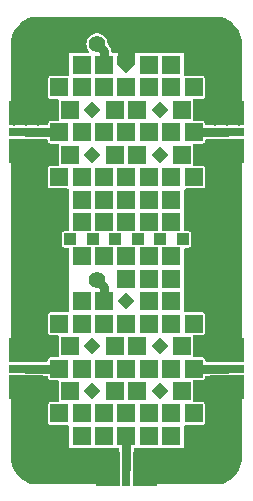
<source format=gbr>
%TF.GenerationSoftware,KiCad,Pcbnew,6.0.9+dfsg-1~bpo11+1*%
%TF.CreationDate,2022-11-09T23:39:37+01:00*%
%TF.ProjectId,013-prototype-board,3031332d-7072-46f7-946f-747970652d62,1*%
%TF.SameCoordinates,Original*%
%TF.FileFunction,Copper,L1,Top*%
%TF.FilePolarity,Positive*%
%FSLAX46Y46*%
G04 Gerber Fmt 4.6, Leading zero omitted, Abs format (unit mm)*
G04 Created by KiCad (PCBNEW 6.0.9+dfsg-1~bpo11+1) date 2022-11-09 23:39:37*
%MOMM*%
%LPD*%
G01*
G04 APERTURE LIST*
G04 Aperture macros list*
%AMOutline4P*
0 Free polygon, 4 corners , with rotation*
0 The origin of the aperture is its center*
0 number of corners: always 4*
0 $1 to $8 corner X, Y*
0 $9 Rotation angle, in degrees counterclockwise*
0 create outline with 4 corners*
4,1,4,$1,$2,$3,$4,$5,$6,$7,$8,$1,$2,$9*%
%AMOutline5P*
0 Free polygon, 5 corners , with rotation*
0 The origin of the aperture is its center*
0 number of corners: always 5*
0 $1 to $10 corner X, Y*
0 $11 Rotation angle, in degrees counterclockwise*
0 create outline with 5 corners*
4,1,5,$1,$2,$3,$4,$5,$6,$7,$8,$9,$10,$1,$2,$11*%
%AMOutline6P*
0 Free polygon, 6 corners , with rotation*
0 The origin of the aperture is its center*
0 number of corners: always 6*
0 $1 to $12 corner X, Y*
0 $13 Rotation angle, in degrees counterclockwise*
0 create outline with 6 corners*
4,1,6,$1,$2,$3,$4,$5,$6,$7,$8,$9,$10,$11,$12,$1,$2,$13*%
%AMOutline7P*
0 Free polygon, 7 corners , with rotation*
0 The origin of the aperture is its center*
0 number of corners: always 7*
0 $1 to $14 corner X, Y*
0 $15 Rotation angle, in degrees counterclockwise*
0 create outline with 7 corners*
4,1,7,$1,$2,$3,$4,$5,$6,$7,$8,$9,$10,$11,$12,$13,$14,$1,$2,$15*%
%AMOutline8P*
0 Free polygon, 8 corners , with rotation*
0 The origin of the aperture is its center*
0 number of corners: always 8*
0 $1 to $16 corner X, Y*
0 $17 Rotation angle, in degrees counterclockwise*
0 create outline with 8 corners*
4,1,8,$1,$2,$3,$4,$5,$6,$7,$8,$9,$10,$11,$12,$13,$14,$15,$16,$1,$2,$17*%
G04 Aperture macros list end*
%TA.AperFunction,SMDPad,CuDef*%
%ADD10Outline4P,-0.750000X0.000000X0.000000X0.750000X0.750000X0.000000X0.000000X-0.750000X0.000000*%
%TD*%
%TA.AperFunction,SMDPad,CuDef*%
%ADD11R,1.000000X1.000000*%
%TD*%
%TA.AperFunction,SMDPad,CuDef*%
%ADD12R,1.500000X1.500000*%
%TD*%
%TA.AperFunction,ComponentPad*%
%ADD13C,1.400000*%
%TD*%
%TA.AperFunction,ComponentPad*%
%ADD14C,3.400000*%
%TD*%
%TA.AperFunction,SMDPad,CuDef*%
%ADD15R,0.800000X3.000000*%
%TD*%
%TA.AperFunction,ComponentPad*%
%ADD16C,0.800000*%
%TD*%
%TA.AperFunction,SMDPad,CuDef*%
%ADD17R,2.000000X3.000000*%
%TD*%
%TA.AperFunction,SMDPad,CuDef*%
%ADD18R,3.000000X0.800000*%
%TD*%
%TA.AperFunction,SMDPad,CuDef*%
%ADD19R,3.000000X2.000000*%
%TD*%
%TA.AperFunction,SMDPad,CuDef*%
%ADD20Outline5P,-0.750000X0.750000X0.750000X0.750000X0.750000X0.000000X0.000000X-0.750000X-0.750000X0.000000X0.000000*%
%TD*%
%TA.AperFunction,ViaPad*%
%ADD21C,0.800000*%
%TD*%
%TA.AperFunction,Conductor*%
%ADD22C,0.800000*%
%TD*%
G04 APERTURE END LIST*
D10*
%TO.P,REF\u002A\u002A,1*%
%TO.N,GND*%
X157100000Y-106900000D03*
%TD*%
%TO.P,REF\u002A\u002A,1*%
%TO.N,GND*%
X162800000Y-106900000D03*
%TD*%
%TO.P,REF\u002A\u002A,1*%
%TO.N,GND*%
X162800000Y-103100000D03*
%TD*%
%TO.P,REF\u002A\u002A,1*%
%TO.N,GND*%
X157100000Y-103100000D03*
%TD*%
%TO.P,REF\u002A\u002A,1*%
%TO.N,GND*%
X160000000Y-99300000D03*
%TD*%
%TO.P,REF\u002A\u002A,1*%
%TO.N,GND*%
X157100000Y-86900000D03*
%TD*%
%TO.P,REF\u002A\u002A,1*%
%TO.N,GND*%
X162800000Y-86900000D03*
%TD*%
%TO.P,REF\u002A\u002A,1*%
%TO.N,GND*%
X162800000Y-83100000D03*
%TD*%
D11*
%TO.P,REF\u002A\u002A,1*%
%TO.N,N/C*%
X155250000Y-94050000D03*
%TD*%
%TO.P,REF\u002A\u002A,1*%
%TO.N,N/C*%
X164750000Y-94050000D03*
%TD*%
%TO.P,REF\u002A\u002A,1*%
%TO.N,N/C*%
X162850000Y-94050000D03*
%TD*%
%TO.P,REF\u002A\u002A,1*%
%TO.N,N/C*%
X160950000Y-94050000D03*
%TD*%
%TO.P,REF\u002A\u002A,1*%
%TO.N,N/C*%
X159050000Y-94050000D03*
%TD*%
%TO.P,REF\u002A\u002A,1*%
%TO.N,N/C*%
X157150000Y-94050000D03*
%TD*%
D12*
%TO.P,REF\u002A\u002A,1*%
%TO.N,N/C*%
X163800000Y-97400000D03*
%TD*%
%TO.P,REF\u002A\u002A,1*%
%TO.N,N/C*%
X161900000Y-97400000D03*
%TD*%
%TO.P,REF\u002A\u002A,1*%
%TO.N,N/C*%
X160000000Y-97400000D03*
%TD*%
%TO.P,REF\u002A\u002A,1*%
%TO.N,N/C*%
X163800000Y-95500000D03*
%TD*%
%TO.P,REF\u002A\u002A,1*%
%TO.N,N/C*%
X160000000Y-95500000D03*
%TD*%
%TO.P,REF\u002A\u002A,1*%
%TO.N,N/C*%
X156200000Y-95500000D03*
%TD*%
%TO.P,REF\u002A\u002A,1*%
%TO.N,N/C*%
X161900000Y-95500000D03*
%TD*%
%TO.P,REF\u002A\u002A,1*%
%TO.N,N/C*%
X158100000Y-95500000D03*
%TD*%
%TO.P,REF\u002A\u002A,1*%
%TO.N,N/C*%
X158100000Y-92600000D03*
%TD*%
%TO.P,REF\u002A\u002A,1*%
%TO.N,N/C*%
X156200000Y-92600000D03*
%TD*%
%TO.P,REF\u002A\u002A,1*%
%TO.N,N/C*%
X160000000Y-92600000D03*
%TD*%
%TO.P,REF\u002A\u002A,1*%
%TO.N,N/C*%
X163800000Y-92600000D03*
%TD*%
%TO.P,REF\u002A\u002A,1*%
%TO.N,N/C*%
X161900000Y-92600000D03*
%TD*%
%TO.P,REF\u002A\u002A,1*%
%TO.N,N/C*%
X163800000Y-101200000D03*
%TD*%
%TO.P,REF\u002A\u002A,1*%
%TO.N,N/C*%
X154300000Y-105000000D03*
%TD*%
%TO.P,REF\u002A\u002A,1*%
%TO.N,N/C*%
X160900000Y-106900000D03*
%TD*%
%TO.P,REF\u002A\u002A,1*%
%TO.N,N/C*%
X159000000Y-106900000D03*
%TD*%
%TO.P,REF\u002A\u002A,1*%
%TO.N,N/C*%
X155200000Y-106900000D03*
%TD*%
%TO.P,REF\u002A\u002A,1*%
%TO.N,N/C*%
X165700000Y-101200000D03*
%TD*%
%TO.P,REF\u002A\u002A,1*%
%TO.N,N/C*%
X163800000Y-99300000D03*
%TD*%
%TO.P,REF\u002A\u002A,1*%
%TO.N,N/C*%
X165700000Y-108800000D03*
%TD*%
%TO.P,REF\u002A\u002A,1*%
%TO.N,N/C*%
X160000000Y-108800000D03*
%TD*%
%TO.P,REF\u002A\u002A,1*%
%TO.N,N/C*%
X163800000Y-108800000D03*
%TD*%
%TO.P,REF\u002A\u002A,1*%
%TO.N,N/C*%
X160000000Y-101200000D03*
%TD*%
%TO.P,REF\u002A\u002A,1*%
%TO.N,N/C*%
X158100000Y-105000000D03*
%TD*%
%TO.P,REF\u002A\u002A,1*%
%TO.N,N/C*%
X161900000Y-99300000D03*
%TD*%
%TO.P,REF\u002A\u002A,1*%
%TO.N,N/C*%
X160900000Y-103100000D03*
%TD*%
%TO.P,REF\u002A\u002A,1*%
%TO.N,N/C*%
X165700000Y-105000000D03*
%TD*%
%TO.P,REF\u002A\u002A,1*%
%TO.N,N/C*%
X158100000Y-101200000D03*
%TD*%
%TO.P,REF\u002A\u002A,1*%
%TO.N,N/C*%
X158100000Y-108800000D03*
%TD*%
%TO.P,REF\u002A\u002A,1*%
%TO.N,N/C*%
X158100000Y-110700000D03*
%TD*%
%TO.P,REF\u002A\u002A,1*%
%TO.N,N/C*%
X156200000Y-105000000D03*
%TD*%
%TO.P,REF\u002A\u002A,1*%
%TO.N,N/C*%
X163800000Y-105000000D03*
%TD*%
%TO.P,REF\u002A\u002A,1*%
%TO.N,N/C*%
X161900000Y-108800000D03*
%TD*%
%TO.P,REF\u002A\u002A,1*%
%TO.N,N/C*%
X154300000Y-101200000D03*
%TD*%
%TO.P,REF\u002A\u002A,1*%
%TO.N,N/C*%
X156200000Y-101200000D03*
%TD*%
%TO.P,REF\u002A\u002A,1*%
%TO.N,N/C*%
X156200000Y-110700000D03*
%TD*%
%TO.P,REF\u002A\u002A,1*%
%TO.N,N/C*%
X156200000Y-108800000D03*
%TD*%
%TO.P,REF\u002A\u002A,1*%
%TO.N,N/C*%
X156200000Y-99300000D03*
%TD*%
%TO.P,REF\u002A\u002A,1*%
%TO.N,N/C*%
X160000000Y-110700000D03*
%TD*%
D13*
%TO.P,REF\u002A\u002A,1*%
%TO.N,N/C*%
X157500000Y-97500000D03*
%TD*%
D12*
%TO.P,REF\u002A\u002A,1*%
%TO.N,N/C*%
X163800000Y-110700000D03*
%TD*%
%TO.P,REF\u002A\u002A,1*%
%TO.N,N/C*%
X160000000Y-105000000D03*
%TD*%
%TO.P,REF\u002A\u002A,1*%
%TO.N,N/C*%
X161900000Y-110700000D03*
%TD*%
%TO.P,REF\u002A\u002A,1*%
%TO.N,N/C*%
X164700000Y-103100000D03*
%TD*%
%TO.P,REF\u002A\u002A,1*%
%TO.N,N/C*%
X164700000Y-106900000D03*
%TD*%
%TO.P,REF\u002A\u002A,1*%
%TO.N,N/C*%
X158100000Y-99300000D03*
%TD*%
%TO.P,REF\u002A\u002A,1*%
%TO.N,N/C*%
X159000000Y-103100000D03*
%TD*%
%TO.P,REF\u002A\u002A,1*%
%TO.N,N/C*%
X155200000Y-103100000D03*
%TD*%
%TO.P,REF\u002A\u002A,1*%
%TO.N,N/C*%
X161900000Y-101200000D03*
%TD*%
%TO.P,REF\u002A\u002A,1*%
%TO.N,N/C*%
X161900000Y-105000000D03*
%TD*%
%TO.P,REF\u002A\u002A,1*%
%TO.N,N/C*%
X154300000Y-108800000D03*
%TD*%
D14*
%TO.P,H2,1,1*%
%TO.N,GND*%
X152500000Y-92500000D03*
%TD*%
%TO.P,H3,1,1*%
%TO.N,GND*%
X167500000Y-92500000D03*
%TD*%
D15*
%TO.P,J2,1,Pin_1*%
%TO.N,N/C*%
X160000000Y-113500000D03*
D16*
%TO.P,J2,2,Pin_2*%
%TO.N,GND*%
X161500000Y-113000000D03*
X158500000Y-113000000D03*
X159000000Y-114500000D03*
D17*
X161600000Y-113500000D03*
D16*
X159000000Y-112500000D03*
X158500000Y-114000000D03*
X161500000Y-114000000D03*
X161000000Y-114500000D03*
X161000000Y-113500000D03*
X159000000Y-113500000D03*
D17*
X158400000Y-113500000D03*
D16*
X161000000Y-112500000D03*
%TD*%
D18*
%TO.P,J2,1,Pin_1*%
%TO.N,N/C*%
X168500000Y-105000000D03*
D16*
%TO.P,J2,2,Pin_2*%
%TO.N,GND*%
X168000000Y-103500000D03*
X168000000Y-106500000D03*
X169500000Y-106000000D03*
D19*
X168500000Y-103400000D03*
D16*
X167500000Y-106000000D03*
X169000000Y-106500000D03*
X169000000Y-103500000D03*
X169500000Y-104000000D03*
X168500000Y-104000000D03*
X168500000Y-106000000D03*
D19*
X168500000Y-106600000D03*
D16*
X167500000Y-104000000D03*
%TD*%
D18*
%TO.P,J2,1,Pin_1*%
%TO.N,N/C*%
X151500000Y-105000000D03*
D16*
%TO.P,J2,2,Pin_2*%
%TO.N,GND*%
X151000000Y-103500000D03*
X152000000Y-103500000D03*
X151500000Y-104000000D03*
X151500000Y-106000000D03*
X152000000Y-106500000D03*
X152500000Y-104000000D03*
X152500000Y-106000000D03*
X150500000Y-106000000D03*
D19*
X151500000Y-103400000D03*
X151500000Y-106600000D03*
D16*
X151000000Y-106500000D03*
X150500000Y-104000000D03*
%TD*%
D14*
%TO.P,H2,1,1*%
%TO.N,GND*%
X167500000Y-112500000D03*
%TD*%
%TO.P,H2,1,1*%
%TO.N,GND*%
X152500000Y-112500000D03*
%TD*%
D12*
%TO.P,REF\u002A\u002A,1*%
%TO.N,N/C*%
X156200000Y-90700000D03*
%TD*%
%TO.P,REF\u002A\u002A,1*%
%TO.N,N/C*%
X156200000Y-88800000D03*
%TD*%
D10*
%TO.P,REF\u002A\u002A,1*%
%TO.N,GND*%
X157100000Y-83100000D03*
%TD*%
D12*
%TO.P,REF\u002A\u002A,1*%
%TO.N,N/C*%
X159000000Y-83100000D03*
%TD*%
%TO.P,REF\u002A\u002A,1*%
%TO.N,N/C*%
X164700000Y-83100000D03*
%TD*%
%TO.P,REF\u002A\u002A,1*%
%TO.N,N/C*%
X160900000Y-83100000D03*
%TD*%
%TO.P,REF\u002A\u002A,1*%
%TO.N,N/C*%
X161900000Y-79300000D03*
%TD*%
%TO.P,REF\u002A\u002A,1*%
%TO.N,N/C*%
X158100000Y-85000000D03*
%TD*%
%TO.P,REF\u002A\u002A,1*%
%TO.N,N/C*%
X165700000Y-88800000D03*
%TD*%
%TO.P,REF\u002A\u002A,1*%
%TO.N,N/C*%
X163800000Y-79300000D03*
%TD*%
%TO.P,REF\u002A\u002A,1*%
%TO.N,N/C*%
X165700000Y-81200000D03*
%TD*%
%TO.P,REF\u002A\u002A,1*%
%TO.N,N/C*%
X155200000Y-86900000D03*
%TD*%
%TO.P,REF\u002A\u002A,1*%
%TO.N,N/C*%
X159000000Y-86900000D03*
%TD*%
%TO.P,REF\u002A\u002A,1*%
%TO.N,N/C*%
X154300000Y-81200000D03*
%TD*%
%TO.P,REF\u002A\u002A,1*%
%TO.N,N/C*%
X161900000Y-88800000D03*
%TD*%
%TO.P,REF\u002A\u002A,1*%
%TO.N,N/C*%
X163800000Y-85000000D03*
%TD*%
%TO.P,REF\u002A\u002A,1*%
%TO.N,N/C*%
X156200000Y-85000000D03*
%TD*%
%TO.P,REF\u002A\u002A,1*%
%TO.N,N/C*%
X158100000Y-90700000D03*
%TD*%
%TO.P,REF\u002A\u002A,1*%
%TO.N,N/C*%
X158100000Y-88800000D03*
%TD*%
%TO.P,REF\u002A\u002A,1*%
%TO.N,N/C*%
X158100000Y-81200000D03*
%TD*%
%TO.P,REF\u002A\u002A,1*%
%TO.N,N/C*%
X165700000Y-85000000D03*
%TD*%
%TO.P,REF\u002A\u002A,1*%
%TO.N,N/C*%
X158100000Y-79300000D03*
%TD*%
%TO.P,REF\u002A\u002A,1*%
%TO.N,N/C*%
X164700000Y-86900000D03*
%TD*%
%TO.P,REF\u002A\u002A,1*%
%TO.N,N/C*%
X156200000Y-81200000D03*
%TD*%
D20*
%TO.P,REF\u002A\u002A,1*%
%TO.N,GND*%
X160000000Y-79300000D03*
%TD*%
D18*
%TO.P,J2,1,Pin_1*%
%TO.N,N/C*%
X168500000Y-85000000D03*
D16*
%TO.P,J2,2,Pin_2*%
%TO.N,GND*%
X168000000Y-83500000D03*
X168000000Y-86500000D03*
X169500000Y-86000000D03*
D19*
X168500000Y-83400000D03*
D16*
X167500000Y-86000000D03*
X169000000Y-86500000D03*
X169000000Y-83500000D03*
X169500000Y-84000000D03*
X168500000Y-84000000D03*
X168500000Y-86000000D03*
D19*
X168500000Y-86600000D03*
D16*
X167500000Y-84000000D03*
%TD*%
D14*
%TO.P,H1,1,1*%
%TO.N,GND*%
X152500000Y-77500000D03*
%TD*%
D12*
%TO.P,REF\u002A\u002A,1*%
%TO.N,N/C*%
X154300000Y-88800000D03*
%TD*%
D14*
%TO.P,H2,1,1*%
%TO.N,GND*%
X152500000Y-97500000D03*
%TD*%
D12*
%TO.P,REF\u002A\u002A,1*%
%TO.N,N/C*%
X161900000Y-85000000D03*
%TD*%
D14*
%TO.P,H4,1,1*%
%TO.N,GND*%
X167500000Y-77500000D03*
%TD*%
D12*
%TO.P,REF\u002A\u002A,1*%
%TO.N,N/C*%
X161900000Y-81200000D03*
%TD*%
%TO.P,REF\u002A\u002A,1*%
%TO.N,N/C*%
X155200000Y-83100000D03*
%TD*%
%TO.P,REF\u002A\u002A,1*%
%TO.N,N/C*%
X161900000Y-90700000D03*
%TD*%
%TO.P,REF\u002A\u002A,1*%
%TO.N,N/C*%
X160000000Y-85000000D03*
%TD*%
%TO.P,REF\u002A\u002A,1*%
%TO.N,N/C*%
X163800000Y-90700000D03*
%TD*%
D13*
%TO.P,REF\u002A\u002A,1*%
%TO.N,N/C*%
X157500000Y-77500000D03*
%TD*%
D12*
%TO.P,REF\u002A\u002A,1*%
%TO.N,N/C*%
X160000000Y-90700000D03*
%TD*%
D18*
%TO.P,J2,1,Pin_1*%
%TO.N,N/C*%
X151500000Y-85000000D03*
D16*
%TO.P,J2,2,Pin_2*%
%TO.N,GND*%
X151000000Y-83500000D03*
X152000000Y-83500000D03*
X151500000Y-84000000D03*
X151500000Y-86000000D03*
X152000000Y-86500000D03*
X152500000Y-84000000D03*
X152500000Y-86000000D03*
X150500000Y-86000000D03*
D19*
X151500000Y-83400000D03*
X151500000Y-86600000D03*
D16*
X151000000Y-86500000D03*
X150500000Y-84000000D03*
%TD*%
D12*
%TO.P,REF\u002A\u002A,1*%
%TO.N,N/C*%
X160900000Y-86900000D03*
%TD*%
D14*
%TO.P,H3,1,1*%
%TO.N,GND*%
X167500000Y-97500000D03*
%TD*%
D12*
%TO.P,REF\u002A\u002A,1*%
%TO.N,N/C*%
X154300000Y-85000000D03*
%TD*%
%TO.P,REF\u002A\u002A,1*%
%TO.N,N/C*%
X163800000Y-81200000D03*
%TD*%
%TO.P,REF\u002A\u002A,1*%
%TO.N,N/C*%
X160000000Y-81200000D03*
%TD*%
%TO.P,REF\u002A\u002A,1*%
%TO.N,N/C*%
X163800000Y-88800000D03*
%TD*%
%TO.P,REF\u002A\u002A,1*%
%TO.N,N/C*%
X160000000Y-88800000D03*
%TD*%
%TO.P,REF\u002A\u002A,1*%
%TO.N,N/C*%
X156200000Y-79300000D03*
%TD*%
D21*
%TO.N,GND*%
X162800000Y-103100000D03*
X162800000Y-106900000D03*
X157100000Y-103100000D03*
X160000000Y-99300000D03*
X157100000Y-106900000D03*
X157100000Y-86900000D03*
X157100000Y-83100000D03*
X162800000Y-83100000D03*
X162800000Y-86900000D03*
X160000000Y-79300000D03*
%TD*%
D22*
%TO.N,*%
X160000000Y-113500000D02*
X160000000Y-110700000D01*
X158100000Y-99300000D02*
X158100000Y-98100000D01*
X168500000Y-105000000D02*
X165700000Y-105000000D01*
X158100000Y-98100000D02*
X157500000Y-97500000D01*
X151500000Y-105000000D02*
X154300000Y-105000000D01*
X151500000Y-85000000D02*
X154300000Y-85000000D01*
X158100000Y-78100000D02*
X157500000Y-77500000D01*
X168500000Y-85000000D02*
X165700000Y-85000000D01*
X158100000Y-79300000D02*
X158100000Y-78100000D01*
%TD*%
%TA.AperFunction,Conductor*%
%TO.N,GND*%
G36*
X153308691Y-105619407D02*
G01*
X153344655Y-105668907D01*
X153349500Y-105699500D01*
X153349500Y-105769748D01*
X153361133Y-105828231D01*
X153405448Y-105894552D01*
X153471769Y-105938867D01*
X153481332Y-105940769D01*
X153481334Y-105940770D01*
X153499997Y-105944482D01*
X153530252Y-105950500D01*
X154165259Y-105950500D01*
X154223450Y-105969407D01*
X154259414Y-106018907D01*
X154259414Y-106071427D01*
X154261133Y-106071769D01*
X154249500Y-106130252D01*
X154249500Y-107669748D01*
X154250448Y-107674512D01*
X154261133Y-107728231D01*
X154258001Y-107728854D01*
X154261524Y-107773611D01*
X154229554Y-107825780D01*
X154173026Y-107849195D01*
X154165259Y-107849500D01*
X153530252Y-107849500D01*
X153504005Y-107854721D01*
X153481334Y-107859230D01*
X153481332Y-107859231D01*
X153471769Y-107861133D01*
X153405448Y-107905448D01*
X153361133Y-107971769D01*
X153349500Y-108030252D01*
X153349500Y-109569748D01*
X153361133Y-109628231D01*
X153405448Y-109694552D01*
X153471769Y-109738867D01*
X153481332Y-109740769D01*
X153481334Y-109740770D01*
X153499997Y-109744482D01*
X153530252Y-109750500D01*
X155001000Y-109750500D01*
X155059191Y-109769407D01*
X155095155Y-109818907D01*
X155100000Y-109849500D01*
X155100000Y-111700000D01*
X159300500Y-111700000D01*
X159358691Y-111718907D01*
X159394655Y-111768407D01*
X159399500Y-111799000D01*
X159399500Y-114700500D01*
X159380593Y-114758691D01*
X159331093Y-114794655D01*
X159300500Y-114799500D01*
X152534017Y-114799500D01*
X152511831Y-114796982D01*
X152511801Y-114796975D01*
X152500359Y-114794344D01*
X152489483Y-114796805D01*
X152478336Y-114796786D01*
X152478336Y-114796757D01*
X152468228Y-114797578D01*
X152338014Y-114789702D01*
X152228796Y-114783095D01*
X152216944Y-114781656D01*
X151955578Y-114733759D01*
X151943985Y-114730902D01*
X151690305Y-114651852D01*
X151679127Y-114647613D01*
X151436830Y-114538564D01*
X151426244Y-114533008D01*
X151198858Y-114395548D01*
X151189020Y-114388757D01*
X150979868Y-114224897D01*
X150970919Y-114216970D01*
X150783030Y-114029081D01*
X150775103Y-114020132D01*
X150611243Y-113810980D01*
X150604452Y-113801142D01*
X150466992Y-113573756D01*
X150461436Y-113563170D01*
X150352387Y-113320873D01*
X150348148Y-113309695D01*
X150269100Y-113056023D01*
X150266239Y-113044415D01*
X150218344Y-112783056D01*
X150216904Y-112771197D01*
X150202469Y-112532548D01*
X150204207Y-112511810D01*
X150203747Y-112511757D01*
X150204389Y-112506179D01*
X150205655Y-112500718D01*
X150205656Y-112500000D01*
X150204412Y-112494545D01*
X150202980Y-112488266D01*
X150200500Y-112466248D01*
X150200500Y-105699500D01*
X150219407Y-105641309D01*
X150268907Y-105605345D01*
X150299500Y-105600500D01*
X153250500Y-105600500D01*
X153308691Y-105619407D01*
G37*
%TD.AperFunction*%
%TA.AperFunction,Conductor*%
G36*
X169758691Y-105619407D02*
G01*
X169794655Y-105668907D01*
X169799500Y-105699500D01*
X169799500Y-112465983D01*
X169796982Y-112488169D01*
X169794344Y-112499641D01*
X169796805Y-112510517D01*
X169796786Y-112521664D01*
X169796757Y-112521664D01*
X169797578Y-112531772D01*
X169783096Y-112771197D01*
X169781656Y-112783056D01*
X169733761Y-113044415D01*
X169730900Y-113056023D01*
X169651852Y-113309695D01*
X169647613Y-113320873D01*
X169538564Y-113563170D01*
X169533008Y-113573756D01*
X169395548Y-113801142D01*
X169388757Y-113810980D01*
X169224897Y-114020132D01*
X169216970Y-114029081D01*
X169029081Y-114216970D01*
X169020132Y-114224897D01*
X168810980Y-114388757D01*
X168801142Y-114395548D01*
X168573756Y-114533008D01*
X168563170Y-114538564D01*
X168320873Y-114647613D01*
X168309695Y-114651852D01*
X168056015Y-114730902D01*
X168044422Y-114733759D01*
X167783056Y-114781656D01*
X167771204Y-114783095D01*
X167532288Y-114797547D01*
X167522372Y-114796724D01*
X167522372Y-114796862D01*
X167511224Y-114796842D01*
X167500359Y-114794344D01*
X167488359Y-114797059D01*
X167466512Y-114799500D01*
X160699500Y-114799500D01*
X160641309Y-114780593D01*
X160605345Y-114731093D01*
X160600500Y-114700500D01*
X160600500Y-111799000D01*
X160619407Y-111740809D01*
X160668907Y-111704845D01*
X160699500Y-111700000D01*
X164900000Y-111700000D01*
X164900000Y-109849500D01*
X164918907Y-109791309D01*
X164968407Y-109755345D01*
X164999000Y-109750500D01*
X166469748Y-109750500D01*
X166500003Y-109744482D01*
X166518666Y-109740770D01*
X166518668Y-109740769D01*
X166528231Y-109738867D01*
X166594552Y-109694552D01*
X166638867Y-109628231D01*
X166650500Y-109569748D01*
X166650500Y-108030252D01*
X166638867Y-107971769D01*
X166594552Y-107905448D01*
X166528231Y-107861133D01*
X166518668Y-107859231D01*
X166518666Y-107859230D01*
X166495995Y-107854721D01*
X166469748Y-107849500D01*
X165734741Y-107849500D01*
X165676550Y-107830593D01*
X165640586Y-107781093D01*
X165640586Y-107728573D01*
X165638867Y-107728231D01*
X165649552Y-107674512D01*
X165650500Y-107669748D01*
X165650500Y-106130252D01*
X165638867Y-106071769D01*
X165641999Y-106071146D01*
X165638476Y-106026389D01*
X165670446Y-105974220D01*
X165726974Y-105950805D01*
X165734741Y-105950500D01*
X166469748Y-105950500D01*
X166500003Y-105944482D01*
X166518666Y-105940770D01*
X166518668Y-105940769D01*
X166528231Y-105938867D01*
X166594552Y-105894552D01*
X166638867Y-105828231D01*
X166650500Y-105769748D01*
X166650500Y-105699500D01*
X166669407Y-105641309D01*
X166718907Y-105605345D01*
X166749500Y-105600500D01*
X169700500Y-105600500D01*
X169758691Y-105619407D01*
G37*
%TD.AperFunction*%
%TA.AperFunction,Conductor*%
G36*
X169758691Y-85619407D02*
G01*
X169794655Y-85668907D01*
X169799500Y-85699500D01*
X169799500Y-104300500D01*
X169780593Y-104358691D01*
X169731093Y-104394655D01*
X169700500Y-104399500D01*
X166749500Y-104399500D01*
X166691309Y-104380593D01*
X166655345Y-104331093D01*
X166650500Y-104300500D01*
X166650500Y-104230252D01*
X166638867Y-104171769D01*
X166594552Y-104105448D01*
X166528231Y-104061133D01*
X166518668Y-104059231D01*
X166518666Y-104059230D01*
X166495995Y-104054721D01*
X166469748Y-104049500D01*
X165734741Y-104049500D01*
X165676550Y-104030593D01*
X165640586Y-103981093D01*
X165640586Y-103928573D01*
X165638867Y-103928231D01*
X165649552Y-103874512D01*
X165650500Y-103869748D01*
X165650500Y-102330252D01*
X165638867Y-102271769D01*
X165641999Y-102271146D01*
X165638476Y-102226389D01*
X165670446Y-102174220D01*
X165726974Y-102150805D01*
X165734741Y-102150500D01*
X166469748Y-102150500D01*
X166500003Y-102144482D01*
X166518666Y-102140770D01*
X166518668Y-102140769D01*
X166528231Y-102138867D01*
X166594552Y-102094552D01*
X166638867Y-102028231D01*
X166650500Y-101969748D01*
X166650500Y-100430252D01*
X166638867Y-100371769D01*
X166594552Y-100305448D01*
X166528231Y-100261133D01*
X166518668Y-100259231D01*
X166518666Y-100259230D01*
X166495995Y-100254721D01*
X166469748Y-100249500D01*
X164999000Y-100249500D01*
X164940809Y-100230593D01*
X164904845Y-100181093D01*
X164900000Y-100150500D01*
X164900000Y-94849500D01*
X164918907Y-94791309D01*
X164968407Y-94755345D01*
X164999000Y-94750500D01*
X165269748Y-94750500D01*
X165295995Y-94745279D01*
X165318666Y-94740770D01*
X165318668Y-94740769D01*
X165328231Y-94738867D01*
X165394552Y-94694552D01*
X165438867Y-94628231D01*
X165450500Y-94569748D01*
X165450500Y-93530252D01*
X165438867Y-93471769D01*
X165394552Y-93405448D01*
X165328231Y-93361133D01*
X165318668Y-93359231D01*
X165318666Y-93359230D01*
X165295995Y-93354721D01*
X165269748Y-93349500D01*
X164999000Y-93349500D01*
X164940809Y-93330593D01*
X164904845Y-93281093D01*
X164900000Y-93250500D01*
X164900000Y-89849500D01*
X164918907Y-89791309D01*
X164968407Y-89755345D01*
X164999000Y-89750500D01*
X166469748Y-89750500D01*
X166500003Y-89744482D01*
X166518666Y-89740770D01*
X166518668Y-89740769D01*
X166528231Y-89738867D01*
X166594552Y-89694552D01*
X166638867Y-89628231D01*
X166650500Y-89569748D01*
X166650500Y-88030252D01*
X166638867Y-87971769D01*
X166594552Y-87905448D01*
X166528231Y-87861133D01*
X166518668Y-87859231D01*
X166518666Y-87859230D01*
X166495995Y-87854721D01*
X166469748Y-87849500D01*
X165734741Y-87849500D01*
X165676550Y-87830593D01*
X165640586Y-87781093D01*
X165640586Y-87728573D01*
X165638867Y-87728231D01*
X165649552Y-87674512D01*
X165650500Y-87669748D01*
X165650500Y-86130252D01*
X165638867Y-86071769D01*
X165641999Y-86071146D01*
X165638476Y-86026389D01*
X165670446Y-85974220D01*
X165726974Y-85950805D01*
X165734741Y-85950500D01*
X166469748Y-85950500D01*
X166500003Y-85944482D01*
X166518666Y-85940770D01*
X166518668Y-85940769D01*
X166528231Y-85938867D01*
X166594552Y-85894552D01*
X166638867Y-85828231D01*
X166650500Y-85769748D01*
X166650500Y-85699500D01*
X166669407Y-85641309D01*
X166718907Y-85605345D01*
X166749500Y-85600500D01*
X169700500Y-85600500D01*
X169758691Y-85619407D01*
G37*
%TD.AperFunction*%
%TA.AperFunction,Conductor*%
G36*
X153308691Y-85619407D02*
G01*
X153344655Y-85668907D01*
X153349500Y-85699500D01*
X153349500Y-85769748D01*
X153361133Y-85828231D01*
X153405448Y-85894552D01*
X153471769Y-85938867D01*
X153481332Y-85940769D01*
X153481334Y-85940770D01*
X153499997Y-85944482D01*
X153530252Y-85950500D01*
X154165259Y-85950500D01*
X154223450Y-85969407D01*
X154259414Y-86018907D01*
X154259414Y-86071427D01*
X154261133Y-86071769D01*
X154249500Y-86130252D01*
X154249500Y-87669748D01*
X154250448Y-87674512D01*
X154261133Y-87728231D01*
X154258001Y-87728854D01*
X154261524Y-87773611D01*
X154229554Y-87825780D01*
X154173026Y-87849195D01*
X154165259Y-87849500D01*
X153530252Y-87849500D01*
X153504005Y-87854721D01*
X153481334Y-87859230D01*
X153481332Y-87859231D01*
X153471769Y-87861133D01*
X153405448Y-87905448D01*
X153361133Y-87971769D01*
X153349500Y-88030252D01*
X153349500Y-89569748D01*
X153361133Y-89628231D01*
X153405448Y-89694552D01*
X153471769Y-89738867D01*
X153481332Y-89740769D01*
X153481334Y-89740770D01*
X153499997Y-89744482D01*
X153530252Y-89750500D01*
X155001000Y-89750500D01*
X155059191Y-89769407D01*
X155095155Y-89818907D01*
X155100000Y-89849500D01*
X155100000Y-93250500D01*
X155081093Y-93308691D01*
X155031593Y-93344655D01*
X155001000Y-93349500D01*
X154730252Y-93349500D01*
X154704005Y-93354721D01*
X154681334Y-93359230D01*
X154681332Y-93359231D01*
X154671769Y-93361133D01*
X154605448Y-93405448D01*
X154561133Y-93471769D01*
X154549500Y-93530252D01*
X154549500Y-94569748D01*
X154561133Y-94628231D01*
X154605448Y-94694552D01*
X154671769Y-94738867D01*
X154681332Y-94740769D01*
X154681334Y-94740770D01*
X154704005Y-94745279D01*
X154730252Y-94750500D01*
X155001000Y-94750500D01*
X155059191Y-94769407D01*
X155095155Y-94818907D01*
X155100000Y-94849500D01*
X155100000Y-100150500D01*
X155081093Y-100208691D01*
X155031593Y-100244655D01*
X155001000Y-100249500D01*
X153530252Y-100249500D01*
X153504005Y-100254721D01*
X153481334Y-100259230D01*
X153481332Y-100259231D01*
X153471769Y-100261133D01*
X153405448Y-100305448D01*
X153361133Y-100371769D01*
X153349500Y-100430252D01*
X153349500Y-101969748D01*
X153361133Y-102028231D01*
X153405448Y-102094552D01*
X153471769Y-102138867D01*
X153481332Y-102140769D01*
X153481334Y-102140770D01*
X153499997Y-102144482D01*
X153530252Y-102150500D01*
X154165259Y-102150500D01*
X154223450Y-102169407D01*
X154259414Y-102218907D01*
X154259414Y-102271427D01*
X154261133Y-102271769D01*
X154249500Y-102330252D01*
X154249500Y-103869748D01*
X154250448Y-103874512D01*
X154261133Y-103928231D01*
X154258001Y-103928854D01*
X154261524Y-103973611D01*
X154229554Y-104025780D01*
X154173026Y-104049195D01*
X154165259Y-104049500D01*
X153530252Y-104049500D01*
X153504005Y-104054721D01*
X153481334Y-104059230D01*
X153481332Y-104059231D01*
X153471769Y-104061133D01*
X153405448Y-104105448D01*
X153361133Y-104171769D01*
X153349500Y-104230252D01*
X153349500Y-104300500D01*
X153330593Y-104358691D01*
X153281093Y-104394655D01*
X153250500Y-104399500D01*
X150299500Y-104399500D01*
X150241309Y-104380593D01*
X150205345Y-104331093D01*
X150200500Y-104300500D01*
X150200500Y-85699500D01*
X150219407Y-85641309D01*
X150268907Y-85605345D01*
X150299500Y-85600500D01*
X153250500Y-85600500D01*
X153308691Y-85619407D01*
G37*
%TD.AperFunction*%
%TA.AperFunction,Conductor*%
G36*
X167488169Y-75203018D02*
G01*
X167499641Y-75205656D01*
X167510517Y-75203195D01*
X167521664Y-75203214D01*
X167521664Y-75203243D01*
X167531772Y-75202422D01*
X167661986Y-75210298D01*
X167771204Y-75216905D01*
X167783056Y-75218344D01*
X168044422Y-75266241D01*
X168056015Y-75269098D01*
X168262244Y-75333361D01*
X168309695Y-75348148D01*
X168320873Y-75352387D01*
X168563170Y-75461436D01*
X168573756Y-75466992D01*
X168801142Y-75604452D01*
X168810980Y-75611243D01*
X169020132Y-75775103D01*
X169029081Y-75783030D01*
X169216970Y-75970919D01*
X169224897Y-75979868D01*
X169388757Y-76189020D01*
X169395548Y-76198858D01*
X169533008Y-76426244D01*
X169538564Y-76436830D01*
X169647613Y-76679127D01*
X169651852Y-76690305D01*
X169730900Y-76943977D01*
X169733759Y-76955578D01*
X169781655Y-77216936D01*
X169783095Y-77228796D01*
X169788113Y-77311744D01*
X169797547Y-77467712D01*
X169796724Y-77477628D01*
X169796862Y-77477628D01*
X169796842Y-77488776D01*
X169794344Y-77499641D01*
X169796804Y-77510513D01*
X169797059Y-77511638D01*
X169799500Y-77533488D01*
X169799500Y-84300500D01*
X169780593Y-84358691D01*
X169731093Y-84394655D01*
X169700500Y-84399500D01*
X166749500Y-84399500D01*
X166691309Y-84380593D01*
X166655345Y-84331093D01*
X166650500Y-84300500D01*
X166650500Y-84230252D01*
X166638867Y-84171769D01*
X166594552Y-84105448D01*
X166528231Y-84061133D01*
X166518668Y-84059231D01*
X166518666Y-84059230D01*
X166495995Y-84054721D01*
X166469748Y-84049500D01*
X165734741Y-84049500D01*
X165676550Y-84030593D01*
X165640586Y-83981093D01*
X165640586Y-83928573D01*
X165638867Y-83928231D01*
X165649552Y-83874512D01*
X165650500Y-83869748D01*
X165650500Y-82330252D01*
X165638867Y-82271769D01*
X165641999Y-82271146D01*
X165638476Y-82226389D01*
X165670446Y-82174220D01*
X165726974Y-82150805D01*
X165734741Y-82150500D01*
X166469748Y-82150500D01*
X166500003Y-82144482D01*
X166518666Y-82140770D01*
X166518668Y-82140769D01*
X166528231Y-82138867D01*
X166594552Y-82094552D01*
X166638867Y-82028231D01*
X166650500Y-81969748D01*
X166650500Y-80430252D01*
X166638867Y-80371769D01*
X166594552Y-80305448D01*
X166528231Y-80261133D01*
X166518668Y-80259231D01*
X166518666Y-80259230D01*
X166495995Y-80254721D01*
X166469748Y-80249500D01*
X164999000Y-80249500D01*
X164940809Y-80230593D01*
X164904845Y-80181093D01*
X164900000Y-80150500D01*
X164900000Y-78250000D01*
X160750000Y-78250000D01*
X160750000Y-78551000D01*
X160731093Y-78609191D01*
X160681593Y-78645155D01*
X160651000Y-78650000D01*
X159349000Y-78650000D01*
X159290809Y-78631093D01*
X159254845Y-78581593D01*
X159250000Y-78551000D01*
X159250000Y-78250000D01*
X158799500Y-78250000D01*
X158741309Y-78231093D01*
X158705345Y-78181593D01*
X158700500Y-78151000D01*
X158700500Y-78145849D01*
X158701347Y-78132927D01*
X158704835Y-78106433D01*
X158705682Y-78100000D01*
X158685044Y-77943238D01*
X158624536Y-77797159D01*
X158528282Y-77671718D01*
X158501936Y-77651502D01*
X158492199Y-77642964D01*
X158433502Y-77584267D01*
X158405725Y-77529750D01*
X158405218Y-77510347D01*
X158404918Y-77510347D01*
X158404918Y-77505157D01*
X158405460Y-77500000D01*
X158385674Y-77311744D01*
X158384073Y-77306817D01*
X158384072Y-77306812D01*
X158328781Y-77136646D01*
X158328780Y-77136645D01*
X158327179Y-77131716D01*
X158232533Y-76967784D01*
X158169821Y-76898135D01*
X158109341Y-76830965D01*
X158109337Y-76830962D01*
X158105871Y-76827112D01*
X157952730Y-76715849D01*
X157947998Y-76713742D01*
X157947996Y-76713741D01*
X157784540Y-76640965D01*
X157784539Y-76640965D01*
X157779803Y-76638856D01*
X157774733Y-76637778D01*
X157774732Y-76637778D01*
X157737390Y-76629841D01*
X157594646Y-76599500D01*
X157405354Y-76599500D01*
X157262610Y-76629841D01*
X157225268Y-76637778D01*
X157225267Y-76637778D01*
X157220197Y-76638856D01*
X157215461Y-76640965D01*
X157215460Y-76640965D01*
X157052004Y-76713741D01*
X157052002Y-76713742D01*
X157047270Y-76715849D01*
X156894129Y-76827112D01*
X156890663Y-76830962D01*
X156890659Y-76830965D01*
X156830179Y-76898135D01*
X156767467Y-76967784D01*
X156672821Y-77131716D01*
X156671220Y-77136645D01*
X156671219Y-77136646D01*
X156615928Y-77306812D01*
X156615927Y-77306817D01*
X156614326Y-77311744D01*
X156594540Y-77500000D01*
X156614326Y-77688256D01*
X156615927Y-77693183D01*
X156615928Y-77693188D01*
X156648038Y-77792010D01*
X156672821Y-77868284D01*
X156675412Y-77872772D01*
X156675413Y-77872774D01*
X156719811Y-77949674D01*
X156767467Y-78032216D01*
X156770939Y-78036072D01*
X156814774Y-78084756D01*
X156839661Y-78140652D01*
X156826939Y-78200500D01*
X156781470Y-78241441D01*
X156741203Y-78250000D01*
X155100000Y-78250000D01*
X155100000Y-80150500D01*
X155081093Y-80208691D01*
X155031593Y-80244655D01*
X155001000Y-80249500D01*
X153530252Y-80249500D01*
X153504005Y-80254721D01*
X153481334Y-80259230D01*
X153481332Y-80259231D01*
X153471769Y-80261133D01*
X153405448Y-80305448D01*
X153361133Y-80371769D01*
X153349500Y-80430252D01*
X153349500Y-81969748D01*
X153361133Y-82028231D01*
X153405448Y-82094552D01*
X153471769Y-82138867D01*
X153481332Y-82140769D01*
X153481334Y-82140770D01*
X153499997Y-82144482D01*
X153530252Y-82150500D01*
X154165259Y-82150500D01*
X154223450Y-82169407D01*
X154259414Y-82218907D01*
X154259414Y-82271427D01*
X154261133Y-82271769D01*
X154249500Y-82330252D01*
X154249500Y-83869748D01*
X154250448Y-83874512D01*
X154261133Y-83928231D01*
X154258001Y-83928854D01*
X154261524Y-83973611D01*
X154229554Y-84025780D01*
X154173026Y-84049195D01*
X154165259Y-84049500D01*
X153530252Y-84049500D01*
X153504005Y-84054721D01*
X153481334Y-84059230D01*
X153481332Y-84059231D01*
X153471769Y-84061133D01*
X153405448Y-84105448D01*
X153361133Y-84171769D01*
X153349500Y-84230252D01*
X153349500Y-84300500D01*
X153330593Y-84358691D01*
X153281093Y-84394655D01*
X153250500Y-84399500D01*
X150299500Y-84399500D01*
X150241309Y-84380593D01*
X150205345Y-84331093D01*
X150200500Y-84300500D01*
X150200500Y-77534281D01*
X150203057Y-77511926D01*
X150203141Y-77511565D01*
X150205655Y-77500718D01*
X150205656Y-77500000D01*
X150204413Y-77494549D01*
X150203791Y-77488995D01*
X150204159Y-77488954D01*
X150202438Y-77467973D01*
X150209909Y-77344459D01*
X150216905Y-77228797D01*
X150218345Y-77216936D01*
X150266241Y-76955578D01*
X150269100Y-76943977D01*
X150348148Y-76690305D01*
X150352387Y-76679127D01*
X150461436Y-76436830D01*
X150466992Y-76426244D01*
X150604452Y-76198858D01*
X150611243Y-76189020D01*
X150775103Y-75979868D01*
X150783030Y-75970919D01*
X150970919Y-75783030D01*
X150979868Y-75775103D01*
X151189020Y-75611243D01*
X151198858Y-75604452D01*
X151426244Y-75466992D01*
X151436830Y-75461436D01*
X151679127Y-75352387D01*
X151690305Y-75348148D01*
X151737756Y-75333361D01*
X151943985Y-75269098D01*
X151955578Y-75266241D01*
X152216944Y-75218344D01*
X152228796Y-75216905D01*
X152467712Y-75202453D01*
X152477628Y-75203276D01*
X152477628Y-75203138D01*
X152488776Y-75203158D01*
X152499641Y-75205656D01*
X152511641Y-75202941D01*
X152533488Y-75200500D01*
X167465983Y-75200500D01*
X167488169Y-75203018D01*
G37*
%TD.AperFunction*%
%TD*%
M02*

</source>
